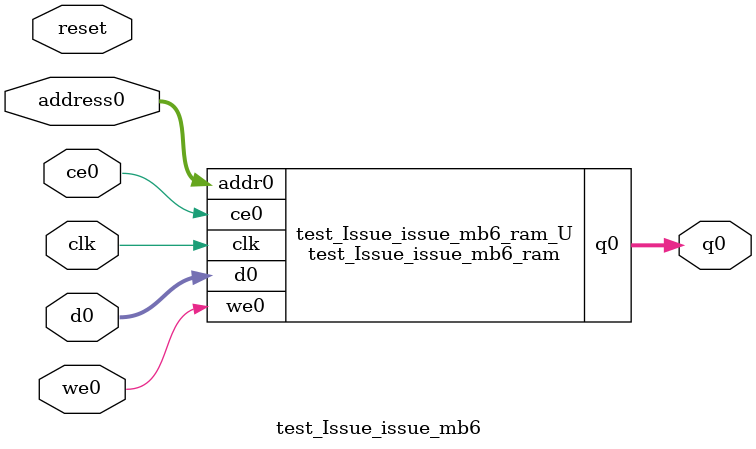
<source format=v>

`timescale 1 ns / 1 ps
module test_Issue_issue_mb6_ram (addr0, ce0, d0, we0, q0,  clk);

parameter DWIDTH = 64;
parameter AWIDTH = 3;
parameter MEM_SIZE = 5;

input[AWIDTH-1:0] addr0;
input ce0;
input[DWIDTH-1:0] d0;
input we0;
output reg[DWIDTH-1:0] q0;
input clk;

(* ram_style = "distributed" *)reg [DWIDTH-1:0] ram[0:MEM_SIZE-1];




always @(posedge clk)  
begin 
    if (ce0) 
    begin
        if (we0) 
        begin 
            ram[addr0] <= d0; 
            q0 <= d0;
        end 
        else 
            q0 <= ram[addr0];
    end
end


endmodule


`timescale 1 ns / 1 ps
module test_Issue_issue_mb6(
    reset,
    clk,
    address0,
    ce0,
    we0,
    d0,
    q0);

parameter DataWidth = 32'd64;
parameter AddressRange = 32'd5;
parameter AddressWidth = 32'd3;
input reset;
input clk;
input[AddressWidth - 1:0] address0;
input ce0;
input we0;
input[DataWidth - 1:0] d0;
output[DataWidth - 1:0] q0;



test_Issue_issue_mb6_ram test_Issue_issue_mb6_ram_U(
    .clk( clk ),
    .addr0( address0 ),
    .ce0( ce0 ),
    .we0( we0 ),
    .d0( d0 ),
    .q0( q0 ));

endmodule


</source>
